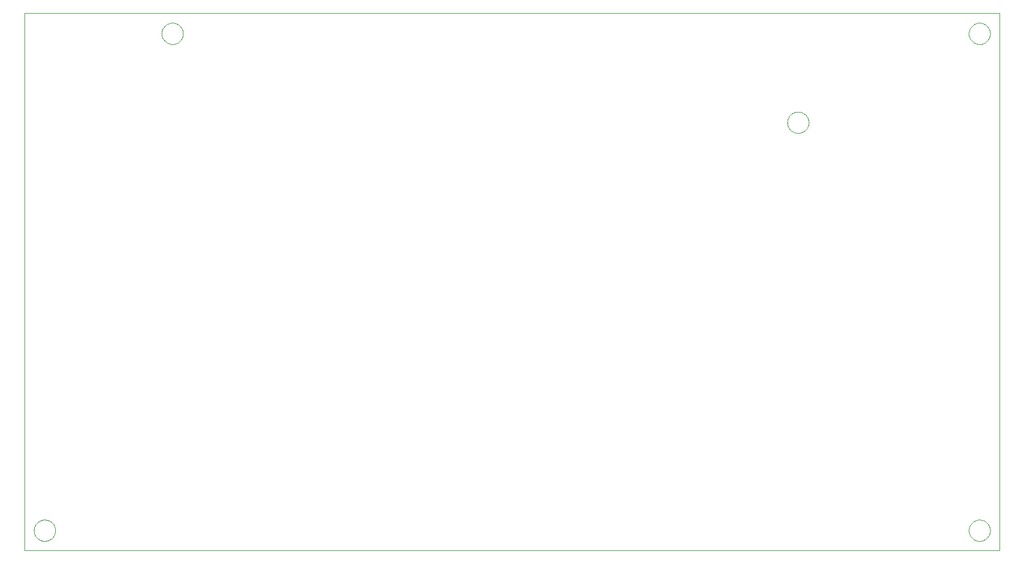
<source format=gko>
G75*
G70*
%OFA0B0*%
%FSLAX24Y24*%
%IPPOS*%
%LPD*%
%AMOC8*
5,1,8,0,0,1.08239X$1,22.5*
%
%ADD10C,0.0000*%
D10*
X000180Y000300D02*
X000180Y031800D01*
X057261Y031800D01*
X057261Y000300D01*
X000180Y000300D01*
X000735Y001480D02*
X000737Y001530D01*
X000743Y001579D01*
X000753Y001628D01*
X000766Y001675D01*
X000784Y001722D01*
X000805Y001767D01*
X000829Y001810D01*
X000857Y001851D01*
X000888Y001890D01*
X000922Y001926D01*
X000959Y001960D01*
X000999Y001990D01*
X001040Y002017D01*
X001084Y002041D01*
X001129Y002061D01*
X001176Y002077D01*
X001224Y002090D01*
X001273Y002099D01*
X001323Y002104D01*
X001372Y002105D01*
X001422Y002102D01*
X001471Y002095D01*
X001520Y002084D01*
X001567Y002070D01*
X001613Y002051D01*
X001658Y002029D01*
X001701Y002004D01*
X001741Y001975D01*
X001779Y001943D01*
X001815Y001909D01*
X001848Y001871D01*
X001877Y001831D01*
X001903Y001789D01*
X001926Y001745D01*
X001945Y001699D01*
X001961Y001652D01*
X001973Y001603D01*
X001981Y001554D01*
X001985Y001505D01*
X001985Y001455D01*
X001981Y001406D01*
X001973Y001357D01*
X001961Y001308D01*
X001945Y001261D01*
X001926Y001215D01*
X001903Y001171D01*
X001877Y001129D01*
X001848Y001089D01*
X001815Y001051D01*
X001779Y001017D01*
X001741Y000985D01*
X001701Y000956D01*
X001658Y000931D01*
X001613Y000909D01*
X001567Y000890D01*
X001520Y000876D01*
X001471Y000865D01*
X001422Y000858D01*
X001372Y000855D01*
X001323Y000856D01*
X001273Y000861D01*
X001224Y000870D01*
X001176Y000883D01*
X001129Y000899D01*
X001084Y000919D01*
X001040Y000943D01*
X000999Y000970D01*
X000959Y001000D01*
X000922Y001034D01*
X000888Y001070D01*
X000857Y001109D01*
X000829Y001150D01*
X000805Y001193D01*
X000784Y001238D01*
X000766Y001285D01*
X000753Y001332D01*
X000743Y001381D01*
X000737Y001430D01*
X000735Y001480D01*
X044836Y025400D02*
X044838Y025450D01*
X044844Y025499D01*
X044854Y025548D01*
X044867Y025595D01*
X044885Y025642D01*
X044906Y025687D01*
X044930Y025730D01*
X044958Y025771D01*
X044989Y025810D01*
X045023Y025846D01*
X045060Y025880D01*
X045100Y025910D01*
X045141Y025937D01*
X045185Y025961D01*
X045230Y025981D01*
X045277Y025997D01*
X045325Y026010D01*
X045374Y026019D01*
X045424Y026024D01*
X045473Y026025D01*
X045523Y026022D01*
X045572Y026015D01*
X045621Y026004D01*
X045668Y025990D01*
X045714Y025971D01*
X045759Y025949D01*
X045802Y025924D01*
X045842Y025895D01*
X045880Y025863D01*
X045916Y025829D01*
X045949Y025791D01*
X045978Y025751D01*
X046004Y025709D01*
X046027Y025665D01*
X046046Y025619D01*
X046062Y025572D01*
X046074Y025523D01*
X046082Y025474D01*
X046086Y025425D01*
X046086Y025375D01*
X046082Y025326D01*
X046074Y025277D01*
X046062Y025228D01*
X046046Y025181D01*
X046027Y025135D01*
X046004Y025091D01*
X045978Y025049D01*
X045949Y025009D01*
X045916Y024971D01*
X045880Y024937D01*
X045842Y024905D01*
X045802Y024876D01*
X045759Y024851D01*
X045714Y024829D01*
X045668Y024810D01*
X045621Y024796D01*
X045572Y024785D01*
X045523Y024778D01*
X045473Y024775D01*
X045424Y024776D01*
X045374Y024781D01*
X045325Y024790D01*
X045277Y024803D01*
X045230Y024819D01*
X045185Y024839D01*
X045141Y024863D01*
X045100Y024890D01*
X045060Y024920D01*
X045023Y024954D01*
X044989Y024990D01*
X044958Y025029D01*
X044930Y025070D01*
X044906Y025113D01*
X044885Y025158D01*
X044867Y025205D01*
X044854Y025252D01*
X044844Y025301D01*
X044838Y025350D01*
X044836Y025400D01*
X055456Y030610D02*
X055458Y030660D01*
X055464Y030709D01*
X055474Y030758D01*
X055487Y030805D01*
X055505Y030852D01*
X055526Y030897D01*
X055550Y030940D01*
X055578Y030981D01*
X055609Y031020D01*
X055643Y031056D01*
X055680Y031090D01*
X055720Y031120D01*
X055761Y031147D01*
X055805Y031171D01*
X055850Y031191D01*
X055897Y031207D01*
X055945Y031220D01*
X055994Y031229D01*
X056044Y031234D01*
X056093Y031235D01*
X056143Y031232D01*
X056192Y031225D01*
X056241Y031214D01*
X056288Y031200D01*
X056334Y031181D01*
X056379Y031159D01*
X056422Y031134D01*
X056462Y031105D01*
X056500Y031073D01*
X056536Y031039D01*
X056569Y031001D01*
X056598Y030961D01*
X056624Y030919D01*
X056647Y030875D01*
X056666Y030829D01*
X056682Y030782D01*
X056694Y030733D01*
X056702Y030684D01*
X056706Y030635D01*
X056706Y030585D01*
X056702Y030536D01*
X056694Y030487D01*
X056682Y030438D01*
X056666Y030391D01*
X056647Y030345D01*
X056624Y030301D01*
X056598Y030259D01*
X056569Y030219D01*
X056536Y030181D01*
X056500Y030147D01*
X056462Y030115D01*
X056422Y030086D01*
X056379Y030061D01*
X056334Y030039D01*
X056288Y030020D01*
X056241Y030006D01*
X056192Y029995D01*
X056143Y029988D01*
X056093Y029985D01*
X056044Y029986D01*
X055994Y029991D01*
X055945Y030000D01*
X055897Y030013D01*
X055850Y030029D01*
X055805Y030049D01*
X055761Y030073D01*
X055720Y030100D01*
X055680Y030130D01*
X055643Y030164D01*
X055609Y030200D01*
X055578Y030239D01*
X055550Y030280D01*
X055526Y030323D01*
X055505Y030368D01*
X055487Y030415D01*
X055474Y030462D01*
X055464Y030511D01*
X055458Y030560D01*
X055456Y030610D01*
X008216Y030610D02*
X008218Y030660D01*
X008224Y030709D01*
X008234Y030758D01*
X008247Y030805D01*
X008265Y030852D01*
X008286Y030897D01*
X008310Y030940D01*
X008338Y030981D01*
X008369Y031020D01*
X008403Y031056D01*
X008440Y031090D01*
X008480Y031120D01*
X008521Y031147D01*
X008565Y031171D01*
X008610Y031191D01*
X008657Y031207D01*
X008705Y031220D01*
X008754Y031229D01*
X008804Y031234D01*
X008853Y031235D01*
X008903Y031232D01*
X008952Y031225D01*
X009001Y031214D01*
X009048Y031200D01*
X009094Y031181D01*
X009139Y031159D01*
X009182Y031134D01*
X009222Y031105D01*
X009260Y031073D01*
X009296Y031039D01*
X009329Y031001D01*
X009358Y030961D01*
X009384Y030919D01*
X009407Y030875D01*
X009426Y030829D01*
X009442Y030782D01*
X009454Y030733D01*
X009462Y030684D01*
X009466Y030635D01*
X009466Y030585D01*
X009462Y030536D01*
X009454Y030487D01*
X009442Y030438D01*
X009426Y030391D01*
X009407Y030345D01*
X009384Y030301D01*
X009358Y030259D01*
X009329Y030219D01*
X009296Y030181D01*
X009260Y030147D01*
X009222Y030115D01*
X009182Y030086D01*
X009139Y030061D01*
X009094Y030039D01*
X009048Y030020D01*
X009001Y030006D01*
X008952Y029995D01*
X008903Y029988D01*
X008853Y029985D01*
X008804Y029986D01*
X008754Y029991D01*
X008705Y030000D01*
X008657Y030013D01*
X008610Y030029D01*
X008565Y030049D01*
X008521Y030073D01*
X008480Y030100D01*
X008440Y030130D01*
X008403Y030164D01*
X008369Y030200D01*
X008338Y030239D01*
X008310Y030280D01*
X008286Y030323D01*
X008265Y030368D01*
X008247Y030415D01*
X008234Y030462D01*
X008224Y030511D01*
X008218Y030560D01*
X008216Y030610D01*
X055456Y001480D02*
X055458Y001530D01*
X055464Y001579D01*
X055474Y001628D01*
X055487Y001675D01*
X055505Y001722D01*
X055526Y001767D01*
X055550Y001810D01*
X055578Y001851D01*
X055609Y001890D01*
X055643Y001926D01*
X055680Y001960D01*
X055720Y001990D01*
X055761Y002017D01*
X055805Y002041D01*
X055850Y002061D01*
X055897Y002077D01*
X055945Y002090D01*
X055994Y002099D01*
X056044Y002104D01*
X056093Y002105D01*
X056143Y002102D01*
X056192Y002095D01*
X056241Y002084D01*
X056288Y002070D01*
X056334Y002051D01*
X056379Y002029D01*
X056422Y002004D01*
X056462Y001975D01*
X056500Y001943D01*
X056536Y001909D01*
X056569Y001871D01*
X056598Y001831D01*
X056624Y001789D01*
X056647Y001745D01*
X056666Y001699D01*
X056682Y001652D01*
X056694Y001603D01*
X056702Y001554D01*
X056706Y001505D01*
X056706Y001455D01*
X056702Y001406D01*
X056694Y001357D01*
X056682Y001308D01*
X056666Y001261D01*
X056647Y001215D01*
X056624Y001171D01*
X056598Y001129D01*
X056569Y001089D01*
X056536Y001051D01*
X056500Y001017D01*
X056462Y000985D01*
X056422Y000956D01*
X056379Y000931D01*
X056334Y000909D01*
X056288Y000890D01*
X056241Y000876D01*
X056192Y000865D01*
X056143Y000858D01*
X056093Y000855D01*
X056044Y000856D01*
X055994Y000861D01*
X055945Y000870D01*
X055897Y000883D01*
X055850Y000899D01*
X055805Y000919D01*
X055761Y000943D01*
X055720Y000970D01*
X055680Y001000D01*
X055643Y001034D01*
X055609Y001070D01*
X055578Y001109D01*
X055550Y001150D01*
X055526Y001193D01*
X055505Y001238D01*
X055487Y001285D01*
X055474Y001332D01*
X055464Y001381D01*
X055458Y001430D01*
X055456Y001480D01*
M02*

</source>
